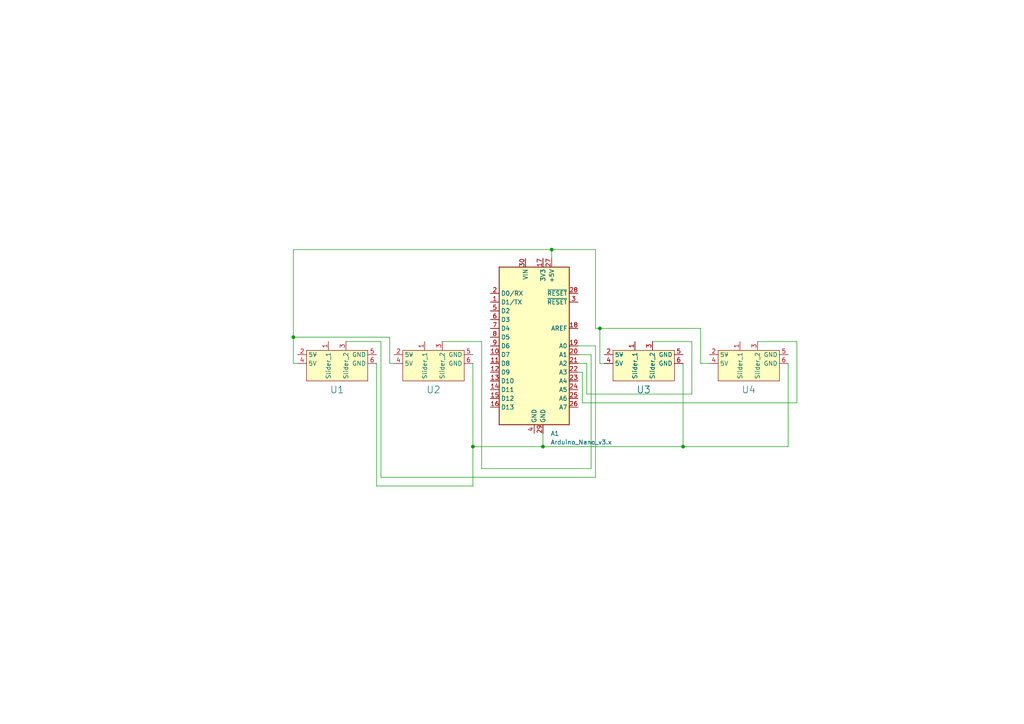
<source format=kicad_sch>
(kicad_sch (version 20230121) (generator eeschema)

  (uuid 0ca8df89-cd61-447d-868f-d2c97f99654e)

  (paper "A4")

  (lib_symbols
    (symbol "Library:B103_-_Slide_Potentiometer" (in_bom yes) (on_board yes)
      (property "Reference" "U" (at 6.35 -1.27 0)
        (effects (font (size 2 2)))
      )
      (property "Value" "" (at 0 0 0)
        (effects (font (size 1.27 1.27)))
      )
      (property "Footprint" "Library:Slide Potentiometer - B103" (at 6.35 -10.16 0)
        (effects (font (size 1.27 1.27)) hide)
      )
      (property "Datasheet" "" (at 0 0 0)
        (effects (font (size 1.27 1.27)) hide)
      )
      (symbol "B103_-_Slide_Potentiometer_1_1"
        (rectangle (start -2.54 1.27) (end 15.24 -7.62)
          (stroke (width 0) (type default))
          (fill (type background))
        )
        (pin output line (at 3.81 3.81 270) (length 2.54)
          (name "Slider_1" (effects (font (size 1.27 1.27))))
          (number "1" (effects (font (size 1.27 1.27))))
        )
        (pin input line (at -5.08 0 0) (length 2.54)
          (name "5V" (effects (font (size 1.27 1.27))))
          (number "2" (effects (font (size 1.27 1.27))))
        )
        (pin output line (at 8.89 3.81 270) (length 2.54)
          (name "Slider_2" (effects (font (size 1.27 1.27))))
          (number "3" (effects (font (size 1.27 1.27))))
        )
        (pin input line (at -5.08 -2.54 0) (length 2.54)
          (name "5V" (effects (font (size 1.27 1.27))))
          (number "4" (effects (font (size 1.27 1.27))))
        )
        (pin unspecified line (at 17.78 0 180) (length 2.54)
          (name "GND" (effects (font (size 1.27 1.27))))
          (number "5" (effects (font (size 1.27 1.27))))
        )
        (pin unspecified line (at 17.78 -2.54 180) (length 2.54)
          (name "GND" (effects (font (size 1.27 1.27))))
          (number "6" (effects (font (size 1.27 1.27))))
        )
      )
    )
    (symbol "MCU_Module:Arduino_Nano_v3.x" (in_bom yes) (on_board yes)
      (property "Reference" "A" (at -10.16 23.495 0)
        (effects (font (size 1.27 1.27)) (justify left bottom))
      )
      (property "Value" "Arduino_Nano_v3.x" (at 5.08 -24.13 0)
        (effects (font (size 1.27 1.27)) (justify left top))
      )
      (property "Footprint" "Module:Arduino_Nano" (at 0 0 0)
        (effects (font (size 1.27 1.27) italic) hide)
      )
      (property "Datasheet" "http://www.mouser.com/pdfdocs/Gravitech_Arduino_Nano3_0.pdf" (at 0 0 0)
        (effects (font (size 1.27 1.27)) hide)
      )
      (property "ki_keywords" "Arduino nano microcontroller module USB" (at 0 0 0)
        (effects (font (size 1.27 1.27)) hide)
      )
      (property "ki_description" "Arduino Nano v3.x" (at 0 0 0)
        (effects (font (size 1.27 1.27)) hide)
      )
      (property "ki_fp_filters" "Arduino*Nano*" (at 0 0 0)
        (effects (font (size 1.27 1.27)) hide)
      )
      (symbol "Arduino_Nano_v3.x_0_1"
        (rectangle (start -10.16 22.86) (end 10.16 -22.86)
          (stroke (width 0.254) (type default))
          (fill (type background))
        )
      )
      (symbol "Arduino_Nano_v3.x_1_1"
        (pin bidirectional line (at -12.7 12.7 0) (length 2.54)
          (name "D1/TX" (effects (font (size 1.27 1.27))))
          (number "1" (effects (font (size 1.27 1.27))))
        )
        (pin bidirectional line (at -12.7 -2.54 0) (length 2.54)
          (name "D7" (effects (font (size 1.27 1.27))))
          (number "10" (effects (font (size 1.27 1.27))))
        )
        (pin bidirectional line (at -12.7 -5.08 0) (length 2.54)
          (name "D8" (effects (font (size 1.27 1.27))))
          (number "11" (effects (font (size 1.27 1.27))))
        )
        (pin bidirectional line (at -12.7 -7.62 0) (length 2.54)
          (name "D9" (effects (font (size 1.27 1.27))))
          (number "12" (effects (font (size 1.27 1.27))))
        )
        (pin bidirectional line (at -12.7 -10.16 0) (length 2.54)
          (name "D10" (effects (font (size 1.27 1.27))))
          (number "13" (effects (font (size 1.27 1.27))))
        )
        (pin bidirectional line (at -12.7 -12.7 0) (length 2.54)
          (name "D11" (effects (font (size 1.27 1.27))))
          (number "14" (effects (font (size 1.27 1.27))))
        )
        (pin bidirectional line (at -12.7 -15.24 0) (length 2.54)
          (name "D12" (effects (font (size 1.27 1.27))))
          (number "15" (effects (font (size 1.27 1.27))))
        )
        (pin bidirectional line (at -12.7 -17.78 0) (length 2.54)
          (name "D13" (effects (font (size 1.27 1.27))))
          (number "16" (effects (font (size 1.27 1.27))))
        )
        (pin power_out line (at 2.54 25.4 270) (length 2.54)
          (name "3V3" (effects (font (size 1.27 1.27))))
          (number "17" (effects (font (size 1.27 1.27))))
        )
        (pin input line (at 12.7 5.08 180) (length 2.54)
          (name "AREF" (effects (font (size 1.27 1.27))))
          (number "18" (effects (font (size 1.27 1.27))))
        )
        (pin bidirectional line (at 12.7 0 180) (length 2.54)
          (name "A0" (effects (font (size 1.27 1.27))))
          (number "19" (effects (font (size 1.27 1.27))))
        )
        (pin bidirectional line (at -12.7 15.24 0) (length 2.54)
          (name "D0/RX" (effects (font (size 1.27 1.27))))
          (number "2" (effects (font (size 1.27 1.27))))
        )
        (pin bidirectional line (at 12.7 -2.54 180) (length 2.54)
          (name "A1" (effects (font (size 1.27 1.27))))
          (number "20" (effects (font (size 1.27 1.27))))
        )
        (pin bidirectional line (at 12.7 -5.08 180) (length 2.54)
          (name "A2" (effects (font (size 1.27 1.27))))
          (number "21" (effects (font (size 1.27 1.27))))
        )
        (pin bidirectional line (at 12.7 -7.62 180) (length 2.54)
          (name "A3" (effects (font (size 1.27 1.27))))
          (number "22" (effects (font (size 1.27 1.27))))
        )
        (pin bidirectional line (at 12.7 -10.16 180) (length 2.54)
          (name "A4" (effects (font (size 1.27 1.27))))
          (number "23" (effects (font (size 1.27 1.27))))
        )
        (pin bidirectional line (at 12.7 -12.7 180) (length 2.54)
          (name "A5" (effects (font (size 1.27 1.27))))
          (number "24" (effects (font (size 1.27 1.27))))
        )
        (pin bidirectional line (at 12.7 -15.24 180) (length 2.54)
          (name "A6" (effects (font (size 1.27 1.27))))
          (number "25" (effects (font (size 1.27 1.27))))
        )
        (pin bidirectional line (at 12.7 -17.78 180) (length 2.54)
          (name "A7" (effects (font (size 1.27 1.27))))
          (number "26" (effects (font (size 1.27 1.27))))
        )
        (pin power_out line (at 5.08 25.4 270) (length 2.54)
          (name "+5V" (effects (font (size 1.27 1.27))))
          (number "27" (effects (font (size 1.27 1.27))))
        )
        (pin input line (at 12.7 15.24 180) (length 2.54)
          (name "~{RESET}" (effects (font (size 1.27 1.27))))
          (number "28" (effects (font (size 1.27 1.27))))
        )
        (pin power_in line (at 2.54 -25.4 90) (length 2.54)
          (name "GND" (effects (font (size 1.27 1.27))))
          (number "29" (effects (font (size 1.27 1.27))))
        )
        (pin input line (at 12.7 12.7 180) (length 2.54)
          (name "~{RESET}" (effects (font (size 1.27 1.27))))
          (number "3" (effects (font (size 1.27 1.27))))
        )
        (pin power_in line (at -2.54 25.4 270) (length 2.54)
          (name "VIN" (effects (font (size 1.27 1.27))))
          (number "30" (effects (font (size 1.27 1.27))))
        )
        (pin power_in line (at 0 -25.4 90) (length 2.54)
          (name "GND" (effects (font (size 1.27 1.27))))
          (number "4" (effects (font (size 1.27 1.27))))
        )
        (pin bidirectional line (at -12.7 10.16 0) (length 2.54)
          (name "D2" (effects (font (size 1.27 1.27))))
          (number "5" (effects (font (size 1.27 1.27))))
        )
        (pin bidirectional line (at -12.7 7.62 0) (length 2.54)
          (name "D3" (effects (font (size 1.27 1.27))))
          (number "6" (effects (font (size 1.27 1.27))))
        )
        (pin bidirectional line (at -12.7 5.08 0) (length 2.54)
          (name "D4" (effects (font (size 1.27 1.27))))
          (number "7" (effects (font (size 1.27 1.27))))
        )
        (pin bidirectional line (at -12.7 2.54 0) (length 2.54)
          (name "D5" (effects (font (size 1.27 1.27))))
          (number "8" (effects (font (size 1.27 1.27))))
        )
        (pin bidirectional line (at -12.7 0 0) (length 2.54)
          (name "D6" (effects (font (size 1.27 1.27))))
          (number "9" (effects (font (size 1.27 1.27))))
        )
      )
    )
  )

  (junction (at 173.99 95.25) (diameter 0) (color 0 0 0 0)
    (uuid 0f5f28a9-82fd-48c6-9414-8439bfbd03d5)
  )
  (junction (at 85.09 97.79) (diameter 0) (color 0 0 0 0)
    (uuid 3be709b3-5276-4920-a999-67e8a12526df)
  )
  (junction (at 160.02 72.39) (diameter 0) (color 0 0 0 0)
    (uuid 4295edea-4fc9-4185-a7c7-6b611df55550)
  )
  (junction (at 198.12 129.54) (diameter 0) (color 0 0 0 0)
    (uuid 5fa209f6-76b0-4e12-8fe3-59837e739c4c)
  )
  (junction (at 157.48 129.54) (diameter 0) (color 0 0 0 0)
    (uuid a1a69528-50f8-4a4b-a681-0d8015b26152)
  )
  (junction (at 137.16 129.54) (diameter 0) (color 0 0 0 0)
    (uuid dc177dc7-02d0-463d-a3f6-8adcc76f5da1)
  )

  (wire (pts (xy 171.45 102.87) (xy 167.64 102.87))
    (stroke (width 0) (type default))
    (uuid 0290b77e-3644-45f4-b3b5-0571eac08a33)
  )
  (wire (pts (xy 137.16 105.41) (xy 137.16 129.54))
    (stroke (width 0) (type default))
    (uuid 06035c05-8f01-48f7-b8c5-0574f79b482f)
  )
  (wire (pts (xy 160.02 72.39) (xy 172.72 72.39))
    (stroke (width 0) (type default))
    (uuid 0ce9aa5b-554b-4e51-a623-ba289231c6f5)
  )
  (wire (pts (xy 203.2 95.25) (xy 173.99 95.25))
    (stroke (width 0) (type default))
    (uuid 0d189ac3-9249-40d0-ac79-9e85f90390a7)
  )
  (wire (pts (xy 175.26 105.41) (xy 173.99 105.41))
    (stroke (width 0) (type default))
    (uuid 114d355b-9f06-481b-a886-55ac407066a7)
  )
  (wire (pts (xy 85.09 72.39) (xy 85.09 97.79))
    (stroke (width 0) (type default))
    (uuid 14b57180-f99e-4293-8579-edea1003a117)
  )
  (wire (pts (xy 109.22 140.97) (xy 137.16 140.97))
    (stroke (width 0) (type default))
    (uuid 22ef76a2-f20a-45e1-9403-fcf45e69a6f6)
  )
  (wire (pts (xy 172.72 100.33) (xy 172.72 138.43))
    (stroke (width 0) (type default))
    (uuid 26d694d3-8067-4fad-a346-dc94dcf01bde)
  )
  (wire (pts (xy 198.12 105.41) (xy 198.12 129.54))
    (stroke (width 0) (type default))
    (uuid 2cf4eb64-ecb4-4d63-b208-49320382aaf9)
  )
  (wire (pts (xy 113.03 105.41) (xy 113.03 97.79))
    (stroke (width 0) (type default))
    (uuid 30397fcd-5122-4395-a0a3-289662707ead)
  )
  (wire (pts (xy 167.64 107.95) (xy 168.91 107.95))
    (stroke (width 0) (type default))
    (uuid 36b0c380-cac4-475f-b24a-c7340f91cd32)
  )
  (wire (pts (xy 160.02 74.93) (xy 160.02 72.39))
    (stroke (width 0) (type default))
    (uuid 3eac16ef-2b20-4f81-862a-0b1922f16e5e)
  )
  (wire (pts (xy 128.27 99.06) (xy 139.7 99.06))
    (stroke (width 0) (type default))
    (uuid 41349fc3-7453-4dc7-a23d-571d1cab9452)
  )
  (wire (pts (xy 168.91 116.84) (xy 231.14 116.84))
    (stroke (width 0) (type default))
    (uuid 4741a243-d7d4-4f7d-8288-810ddd206c3c)
  )
  (wire (pts (xy 189.23 99.06) (xy 200.66 99.06))
    (stroke (width 0) (type default))
    (uuid 52fbc24f-06c6-4172-94e4-ea403ed89843)
  )
  (wire (pts (xy 173.99 95.25) (xy 172.72 95.25))
    (stroke (width 0) (type default))
    (uuid 5c0b2068-aec2-434b-ae55-6f23834c02e7)
  )
  (wire (pts (xy 157.48 125.73) (xy 157.48 129.54))
    (stroke (width 0) (type default))
    (uuid 656e4112-b21d-4d27-83d7-94431d2799ed)
  )
  (wire (pts (xy 172.72 138.43) (xy 110.49 138.43))
    (stroke (width 0) (type default))
    (uuid 67c7f727-d41e-49e9-9471-9ddfef8f147c)
  )
  (wire (pts (xy 172.72 95.25) (xy 172.72 72.39))
    (stroke (width 0) (type default))
    (uuid 7b5d8855-8fd3-4e9e-b7fa-97f2a6e1f910)
  )
  (wire (pts (xy 171.45 135.89) (xy 171.45 102.87))
    (stroke (width 0) (type default))
    (uuid 80498ffc-82ef-4ef7-90fa-ff5bc931261f)
  )
  (wire (pts (xy 228.6 105.41) (xy 228.6 129.54))
    (stroke (width 0) (type default))
    (uuid 8141f104-e23d-46c0-b041-fc6b6114a215)
  )
  (wire (pts (xy 110.49 138.43) (xy 110.49 99.06))
    (stroke (width 0) (type default))
    (uuid 8c639011-28f2-40b4-b856-fcbeecf32efb)
  )
  (wire (pts (xy 113.03 97.79) (xy 85.09 97.79))
    (stroke (width 0) (type default))
    (uuid 90f1eb10-7644-409a-9d71-b6aac51833d3)
  )
  (wire (pts (xy 139.7 135.89) (xy 171.45 135.89))
    (stroke (width 0) (type default))
    (uuid 934599ea-c011-45a5-93d5-58e5c2c6e387)
  )
  (wire (pts (xy 86.36 105.41) (xy 85.09 105.41))
    (stroke (width 0) (type default))
    (uuid 9427fb82-ac28-43e6-8073-39671383e19c)
  )
  (wire (pts (xy 200.66 99.06) (xy 200.66 114.3))
    (stroke (width 0) (type default))
    (uuid 9ca18642-0866-48c3-8424-d2ea7d8e75db)
  )
  (wire (pts (xy 137.16 129.54) (xy 157.48 129.54))
    (stroke (width 0) (type default))
    (uuid 9ff9d690-a334-4c6e-928f-3e43e4b8e97e)
  )
  (wire (pts (xy 231.14 116.84) (xy 231.14 99.06))
    (stroke (width 0) (type default))
    (uuid a3af38ce-2385-4617-a74c-94eefdd478cc)
  )
  (wire (pts (xy 167.64 100.33) (xy 172.72 100.33))
    (stroke (width 0) (type default))
    (uuid a4f4f2b3-96e4-45f3-8ea4-fbd579d2c318)
  )
  (wire (pts (xy 170.18 114.3) (xy 170.18 105.41))
    (stroke (width 0) (type default))
    (uuid a669a842-195e-4f91-98e7-3dffe3ba97f0)
  )
  (wire (pts (xy 109.22 105.41) (xy 109.22 140.97))
    (stroke (width 0) (type default))
    (uuid a88279ea-89aa-4e6b-ab8b-cacc72017627)
  )
  (wire (pts (xy 200.66 114.3) (xy 170.18 114.3))
    (stroke (width 0) (type default))
    (uuid ac1e526f-0578-4094-8dbe-315cb0c31caf)
  )
  (wire (pts (xy 231.14 99.06) (xy 219.71 99.06))
    (stroke (width 0) (type default))
    (uuid bac130a3-8248-41e9-aed9-9569ccc3b8a1)
  )
  (wire (pts (xy 168.91 107.95) (xy 168.91 116.84))
    (stroke (width 0) (type default))
    (uuid bbfb13c6-1e77-46ec-8910-c22363fb7a2b)
  )
  (wire (pts (xy 203.2 105.41) (xy 203.2 95.25))
    (stroke (width 0) (type default))
    (uuid be5d0f81-a883-48ff-ad5a-bd5350fd3461)
  )
  (wire (pts (xy 157.48 129.54) (xy 198.12 129.54))
    (stroke (width 0) (type default))
    (uuid c2dc5484-3e8c-4d17-9bbe-d755b30671f7)
  )
  (wire (pts (xy 160.02 72.39) (xy 85.09 72.39))
    (stroke (width 0) (type default))
    (uuid cf2e3327-0324-420d-b9fc-0515c8f4c6cc)
  )
  (wire (pts (xy 173.99 105.41) (xy 173.99 95.25))
    (stroke (width 0) (type default))
    (uuid e0ede44e-c2fa-485f-9058-1cf4eac55efa)
  )
  (wire (pts (xy 228.6 129.54) (xy 198.12 129.54))
    (stroke (width 0) (type default))
    (uuid e2aa83cd-791e-4204-bc5e-01c04047b0a6)
  )
  (wire (pts (xy 170.18 105.41) (xy 167.64 105.41))
    (stroke (width 0) (type default))
    (uuid e4cd594b-328b-4286-9096-e7db78de241c)
  )
  (wire (pts (xy 205.74 105.41) (xy 203.2 105.41))
    (stroke (width 0) (type default))
    (uuid eaf41f47-e017-43c2-9f50-662e0e7ffdea)
  )
  (wire (pts (xy 85.09 105.41) (xy 85.09 97.79))
    (stroke (width 0) (type default))
    (uuid eb838903-0316-4dcb-9d51-c4ee643da6ec)
  )
  (wire (pts (xy 110.49 99.06) (xy 100.33 99.06))
    (stroke (width 0) (type default))
    (uuid ee9f445d-849a-49e6-9d71-30faaee842f6)
  )
  (wire (pts (xy 114.3 105.41) (xy 113.03 105.41))
    (stroke (width 0) (type default))
    (uuid f38f020f-bade-47ad-b78b-e1c733a3e25f)
  )
  (wire (pts (xy 137.16 140.97) (xy 137.16 129.54))
    (stroke (width 0) (type default))
    (uuid f9ef7b65-9dc2-4957-a57f-14d8ee25c417)
  )
  (wire (pts (xy 139.7 99.06) (xy 139.7 135.89))
    (stroke (width 0) (type default))
    (uuid fe876555-6fd0-41a1-859c-fd90388f9acf)
  )

  (symbol (lib_id "Library:B103_-_Slide_Potentiometer") (at 180.34 102.87 0) (unit 1)
    (in_bom yes) (on_board yes) (dnp no) (fields_autoplaced)
    (uuid 0670be36-cc85-4431-aea7-0aced71a33be)
    (property "Reference" "U3" (at 186.69 113.03 0)
      (effects (font (size 2 2)))
    )
    (property "Value" "~" (at 180.34 102.87 0)
      (effects (font (size 1.27 1.27)))
    )
    (property "Footprint" "Library:Slide Potentiometer - B103" (at 186.69 113.03 0)
      (effects (font (size 1.27 1.27)) hide)
    )
    (property "Datasheet" "" (at 180.34 102.87 0)
      (effects (font (size 1.27 1.27)) hide)
    )
    (pin "2" (uuid d52eb759-291c-426b-9aca-e2f8489465a2))
    (pin "6" (uuid d70ad18e-8663-4c54-9a52-b72e9906e4d4))
    (pin "5" (uuid d521e307-87e0-4213-ba66-c61684aaca59))
    (pin "1" (uuid 409d7642-5a5b-4398-8578-b6ffac112215))
    (pin "3" (uuid 491e06f7-d89d-4472-8e97-f08c54ef4ecc))
    (pin "4" (uuid e5b2e608-99af-4956-957d-d92c135c5fcc))
    (instances
      (project "MixuinoPCB"
        (path "/0ca8df89-cd61-447d-868f-d2c97f99654e"
          (reference "U3") (unit 1)
        )
      )
    )
  )

  (symbol (lib_id "Library:B103_-_Slide_Potentiometer") (at 119.38 102.87 0) (unit 1)
    (in_bom yes) (on_board yes) (dnp no) (fields_autoplaced)
    (uuid 51c9d41c-132e-49f7-8316-be18eaaef94b)
    (property "Reference" "U2" (at 125.73 113.03 0)
      (effects (font (size 2 2)))
    )
    (property "Value" "~" (at 119.38 102.87 0)
      (effects (font (size 1.27 1.27)))
    )
    (property "Footprint" "Library:Slide Potentiometer - B103" (at 125.73 113.03 0)
      (effects (font (size 1.27 1.27)) hide)
    )
    (property "Datasheet" "" (at 119.38 102.87 0)
      (effects (font (size 1.27 1.27)) hide)
    )
    (pin "2" (uuid 86a617dd-da5c-4cb7-908b-8a169397b426))
    (pin "6" (uuid 7de77875-ca14-4bd0-9000-8329dd619c7a))
    (pin "5" (uuid 63044ea2-4d28-4b4b-9776-a2f474a6aa30))
    (pin "1" (uuid 4ddfbcea-4f75-453e-88cc-bc23ae20cbf0))
    (pin "3" (uuid 4d44931d-fea6-466b-a880-144e76504ed2))
    (pin "4" (uuid 2a83e91a-7410-4703-90ae-cfea417c4da3))
    (instances
      (project "MixuinoPCB"
        (path "/0ca8df89-cd61-447d-868f-d2c97f99654e"
          (reference "U2") (unit 1)
        )
      )
    )
  )

  (symbol (lib_id "Library:B103_-_Slide_Potentiometer") (at 91.44 102.87 0) (unit 1)
    (in_bom yes) (on_board yes) (dnp no) (fields_autoplaced)
    (uuid 6aa8e896-2e37-4cdf-a92d-e7f4d207ca2e)
    (property "Reference" "U1" (at 97.79 113.03 0)
      (effects (font (size 2 2)))
    )
    (property "Value" "~" (at 91.44 102.87 0)
      (effects (font (size 1.27 1.27)))
    )
    (property "Footprint" "Library:Slide Potentiometer - B103" (at 97.79 113.03 0)
      (effects (font (size 1.27 1.27)) hide)
    )
    (property "Datasheet" "" (at 91.44 102.87 0)
      (effects (font (size 1.27 1.27)) hide)
    )
    (pin "2" (uuid cac24cf9-9384-4d98-9044-c0c400d805f4))
    (pin "6" (uuid ac390f2b-3d25-4a56-861d-b5d67e5a79a0))
    (pin "5" (uuid becb2e21-7fb6-423a-a12a-28c3d985d832))
    (pin "1" (uuid e2d03932-aa40-4f4d-b351-18fa59c97938))
    (pin "3" (uuid 59dd133b-a2fd-4f79-b6e6-67f4f382fc84))
    (pin "4" (uuid 21a88cf4-5973-4f48-85f4-f7f03c6be4a8))
    (instances
      (project "MixuinoPCB"
        (path "/0ca8df89-cd61-447d-868f-d2c97f99654e"
          (reference "U1") (unit 1)
        )
      )
    )
  )

  (symbol (lib_id "Library:B103_-_Slide_Potentiometer") (at 210.82 102.87 0) (unit 1)
    (in_bom yes) (on_board yes) (dnp no) (fields_autoplaced)
    (uuid 802c28c7-9205-425a-87a2-a3362bad4bef)
    (property "Reference" "U4" (at 217.17 113.03 0)
      (effects (font (size 2 2)))
    )
    (property "Value" "~" (at 210.82 102.87 0)
      (effects (font (size 1.27 1.27)))
    )
    (property "Footprint" "Library:Slide Potentiometer - B103" (at 217.17 113.03 0)
      (effects (font (size 1.27 1.27)) hide)
    )
    (property "Datasheet" "" (at 210.82 102.87 0)
      (effects (font (size 1.27 1.27)) hide)
    )
    (pin "2" (uuid c6bf2c5a-45d7-493f-8893-c961adad387e))
    (pin "6" (uuid 41132b09-323b-4c84-8897-7fb395cccc38))
    (pin "5" (uuid b83fe5a4-a4b4-431b-9e3e-ffb0408d6351))
    (pin "1" (uuid 8d88d41c-f36a-4322-b2bd-28c45df6033f))
    (pin "3" (uuid 408e8266-3cda-413e-a339-7eba21bf0b5d))
    (pin "4" (uuid e097b587-0d58-4d0c-89ad-4e4de74bd040))
    (instances
      (project "MixuinoPCB"
        (path "/0ca8df89-cd61-447d-868f-d2c97f99654e"
          (reference "U4") (unit 1)
        )
      )
    )
  )

  (symbol (lib_id "MCU_Module:Arduino_Nano_v3.x") (at 154.94 100.33 0) (unit 1)
    (in_bom yes) (on_board yes) (dnp no) (fields_autoplaced)
    (uuid 8635631e-4def-472a-be42-5b99e64e3c6e)
    (property "Reference" "A1" (at 159.6741 125.73 0)
      (effects (font (size 1.27 1.27)) (justify left))
    )
    (property "Value" "Arduino_Nano_v3.x" (at 159.6741 128.27 0)
      (effects (font (size 1.27 1.27)) (justify left))
    )
    (property "Footprint" "Module:Arduino_Nano" (at 154.94 100.33 0)
      (effects (font (size 1.27 1.27) italic) hide)
    )
    (property "Datasheet" "http://www.mouser.com/pdfdocs/Gravitech_Arduino_Nano3_0.pdf" (at 154.94 100.33 0)
      (effects (font (size 1.27 1.27)) hide)
    )
    (pin "22" (uuid 81eb0951-1c8f-4271-9e52-ca2b6b5f7962))
    (pin "16" (uuid d10f6cc3-57e9-4773-b677-76a76edcf0bc))
    (pin "24" (uuid 81f156e7-957a-4562-9354-60d4dfac1548))
    (pin "19" (uuid d7788592-0459-41b0-8c53-cc97e83a4757))
    (pin "28" (uuid 65ae7032-d7c7-45ea-92bd-ddaa1f3e9cf5))
    (pin "2" (uuid 98d46835-80e8-4a1b-9aa7-b909864173be))
    (pin "29" (uuid a496fa68-4448-4750-90c6-4bf47896f07e))
    (pin "3" (uuid 1a6ddafc-c8d2-4da8-aaf8-e86a60ff2a72))
    (pin "21" (uuid 15c04e1f-d2be-4a9c-9fe8-5032e2838a11))
    (pin "4" (uuid beb253ba-f1c3-49c8-ab38-e9929108cc8b))
    (pin "10" (uuid ee31924d-08e0-4e81-b596-d1d4fe57142b))
    (pin "30" (uuid 5a45fe9a-ba0a-48db-8e87-3f56f58b9804))
    (pin "6" (uuid 6cfe2730-cc28-4528-912e-80e52eb49834))
    (pin "7" (uuid 442ff790-ed79-4f3e-8661-9bef2e27f49c))
    (pin "17" (uuid fc2c848c-484a-4105-be51-8ae6d045e816))
    (pin "8" (uuid d1789d72-eb53-41f5-a4a7-8363ab12a8e1))
    (pin "9" (uuid fd226103-51d1-41ea-979e-f2deb74af225))
    (pin "25" (uuid 722b6dc9-5fe2-4b70-a9f1-c5578e72bd8c))
    (pin "26" (uuid 2bf9fadb-9e57-4952-bfe5-b6b8e693fc51))
    (pin "1" (uuid e7ee1e04-2f76-4a83-8b00-20a690f94c5b))
    (pin "14" (uuid 96f643e7-a10c-49fd-bf07-11b5e131d571))
    (pin "23" (uuid 8bc28be8-220a-4a8c-8019-aefeea528b37))
    (pin "27" (uuid 9b65086d-72cd-468d-9c5e-1bca40005409))
    (pin "5" (uuid 2b8b6026-04b0-4b7f-9902-821f94a9c938))
    (pin "18" (uuid fc7076d1-a4e5-4e9b-8eb1-f10e8a34dac3))
    (pin "12" (uuid e4f783c1-49c3-49d6-85ed-eb77c3fe84fb))
    (pin "11" (uuid 6da8c322-cf2d-4cbd-ad13-87941ada9d31))
    (pin "13" (uuid 12a10f48-c262-40bf-ab27-98b915bbc988))
    (pin "15" (uuid c29f38ee-b977-40bb-b227-782ccad1e286))
    (pin "20" (uuid c765fc28-3331-4f6e-89f4-eb0527f22317))
    (instances
      (project "MixuinoPCB"
        (path "/0ca8df89-cd61-447d-868f-d2c97f99654e"
          (reference "A1") (unit 1)
        )
      )
    )
  )

  (sheet_instances
    (path "/" (page "1"))
  )
)

</source>
